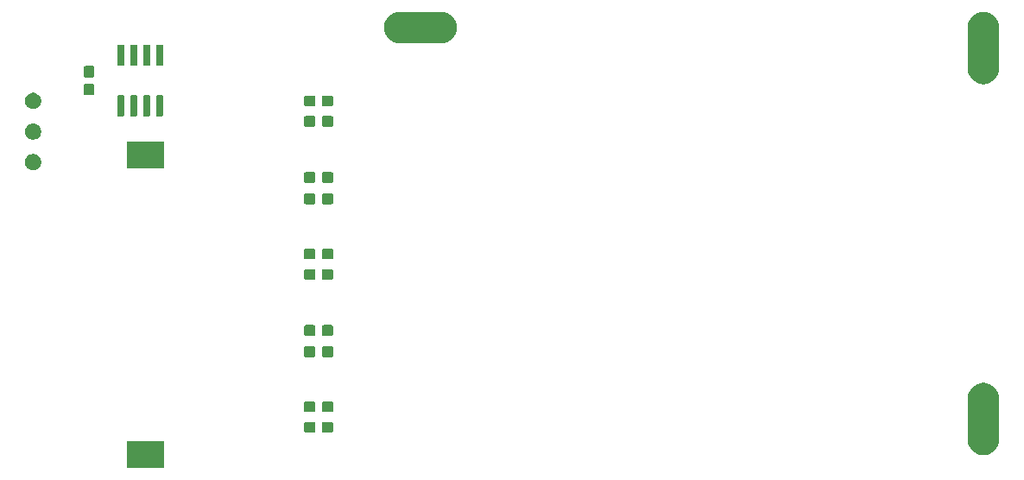
<source format=gbr>
G04 #@! TF.GenerationSoftware,KiCad,Pcbnew,(5.1.4)-1*
G04 #@! TF.CreationDate,2020-07-15T08:52:25-04:00*
G04 #@! TF.ProjectId,LoquatiousOfBored,4c6f7175-6174-4696-9f75-734f66426f72,rev?*
G04 #@! TF.SameCoordinates,Original*
G04 #@! TF.FileFunction,Soldermask,Top*
G04 #@! TF.FilePolarity,Negative*
%FSLAX46Y46*%
G04 Gerber Fmt 4.6, Leading zero omitted, Abs format (unit mm)*
G04 Created by KiCad (PCBNEW (5.1.4)-1) date 2020-07-15 08:52:25*
%MOMM*%
%LPD*%
G04 APERTURE LIST*
%ADD10C,0.100000*%
G04 APERTURE END LIST*
D10*
G36*
X64806000Y-98001000D02*
G01*
X61194000Y-98001000D01*
X61194000Y-95359000D01*
X64806000Y-95359000D01*
X64806000Y-98001000D01*
X64806000Y-98001000D01*
G37*
G36*
X145504048Y-89671442D02*
G01*
X145796413Y-89760130D01*
X145796415Y-89760131D01*
X146065856Y-89904150D01*
X146065858Y-89904151D01*
X146065857Y-89904151D01*
X146302029Y-90097971D01*
X146389395Y-90204426D01*
X146495850Y-90334142D01*
X146639869Y-90603584D01*
X146639870Y-90603586D01*
X146728558Y-90895951D01*
X146751000Y-91123810D01*
X146751000Y-95276190D01*
X146728558Y-95504049D01*
X146639870Y-95796414D01*
X146639869Y-95796416D01*
X146495850Y-96065858D01*
X146302029Y-96302029D01*
X146065858Y-96495850D01*
X145796416Y-96639869D01*
X145796414Y-96639870D01*
X145504049Y-96728558D01*
X145200000Y-96758504D01*
X144895952Y-96728558D01*
X144603587Y-96639870D01*
X144603585Y-96639869D01*
X144334143Y-96495850D01*
X144097972Y-96302029D01*
X143904151Y-96065858D01*
X143760132Y-95796416D01*
X143760131Y-95796414D01*
X143671443Y-95504049D01*
X143649001Y-95276190D01*
X143649000Y-91123811D01*
X143671442Y-90895952D01*
X143760130Y-90603587D01*
X143904151Y-90334143D01*
X144097971Y-90097971D01*
X144204426Y-90010605D01*
X144334142Y-89904150D01*
X144603584Y-89760131D01*
X144603586Y-89760130D01*
X144895951Y-89671442D01*
X145200000Y-89641496D01*
X145504048Y-89671442D01*
X145504048Y-89671442D01*
G37*
G36*
X79539499Y-93478445D02*
G01*
X79576995Y-93489820D01*
X79611554Y-93508292D01*
X79641847Y-93533153D01*
X79666708Y-93563446D01*
X79685180Y-93598005D01*
X79696555Y-93635501D01*
X79701000Y-93680638D01*
X79701000Y-94319362D01*
X79696555Y-94364499D01*
X79685180Y-94401995D01*
X79666708Y-94436554D01*
X79641847Y-94466847D01*
X79611554Y-94491708D01*
X79576995Y-94510180D01*
X79539499Y-94521555D01*
X79494362Y-94526000D01*
X78755638Y-94526000D01*
X78710501Y-94521555D01*
X78673005Y-94510180D01*
X78638446Y-94491708D01*
X78608153Y-94466847D01*
X78583292Y-94436554D01*
X78564820Y-94401995D01*
X78553445Y-94364499D01*
X78549000Y-94319362D01*
X78549000Y-93680638D01*
X78553445Y-93635501D01*
X78564820Y-93598005D01*
X78583292Y-93563446D01*
X78608153Y-93533153D01*
X78638446Y-93508292D01*
X78673005Y-93489820D01*
X78710501Y-93478445D01*
X78755638Y-93474000D01*
X79494362Y-93474000D01*
X79539499Y-93478445D01*
X79539499Y-93478445D01*
G37*
G36*
X81289499Y-93478445D02*
G01*
X81326995Y-93489820D01*
X81361554Y-93508292D01*
X81391847Y-93533153D01*
X81416708Y-93563446D01*
X81435180Y-93598005D01*
X81446555Y-93635501D01*
X81451000Y-93680638D01*
X81451000Y-94319362D01*
X81446555Y-94364499D01*
X81435180Y-94401995D01*
X81416708Y-94436554D01*
X81391847Y-94466847D01*
X81361554Y-94491708D01*
X81326995Y-94510180D01*
X81289499Y-94521555D01*
X81244362Y-94526000D01*
X80505638Y-94526000D01*
X80460501Y-94521555D01*
X80423005Y-94510180D01*
X80388446Y-94491708D01*
X80358153Y-94466847D01*
X80333292Y-94436554D01*
X80314820Y-94401995D01*
X80303445Y-94364499D01*
X80299000Y-94319362D01*
X80299000Y-93680638D01*
X80303445Y-93635501D01*
X80314820Y-93598005D01*
X80333292Y-93563446D01*
X80358153Y-93533153D01*
X80388446Y-93508292D01*
X80423005Y-93489820D01*
X80460501Y-93478445D01*
X80505638Y-93474000D01*
X81244362Y-93474000D01*
X81289499Y-93478445D01*
X81289499Y-93478445D01*
G37*
G36*
X79539499Y-91478445D02*
G01*
X79576995Y-91489820D01*
X79611554Y-91508292D01*
X79641847Y-91533153D01*
X79666708Y-91563446D01*
X79685180Y-91598005D01*
X79696555Y-91635501D01*
X79701000Y-91680638D01*
X79701000Y-92319362D01*
X79696555Y-92364499D01*
X79685180Y-92401995D01*
X79666708Y-92436554D01*
X79641847Y-92466847D01*
X79611554Y-92491708D01*
X79576995Y-92510180D01*
X79539499Y-92521555D01*
X79494362Y-92526000D01*
X78755638Y-92526000D01*
X78710501Y-92521555D01*
X78673005Y-92510180D01*
X78638446Y-92491708D01*
X78608153Y-92466847D01*
X78583292Y-92436554D01*
X78564820Y-92401995D01*
X78553445Y-92364499D01*
X78549000Y-92319362D01*
X78549000Y-91680638D01*
X78553445Y-91635501D01*
X78564820Y-91598005D01*
X78583292Y-91563446D01*
X78608153Y-91533153D01*
X78638446Y-91508292D01*
X78673005Y-91489820D01*
X78710501Y-91478445D01*
X78755638Y-91474000D01*
X79494362Y-91474000D01*
X79539499Y-91478445D01*
X79539499Y-91478445D01*
G37*
G36*
X81289499Y-91478445D02*
G01*
X81326995Y-91489820D01*
X81361554Y-91508292D01*
X81391847Y-91533153D01*
X81416708Y-91563446D01*
X81435180Y-91598005D01*
X81446555Y-91635501D01*
X81451000Y-91680638D01*
X81451000Y-92319362D01*
X81446555Y-92364499D01*
X81435180Y-92401995D01*
X81416708Y-92436554D01*
X81391847Y-92466847D01*
X81361554Y-92491708D01*
X81326995Y-92510180D01*
X81289499Y-92521555D01*
X81244362Y-92526000D01*
X80505638Y-92526000D01*
X80460501Y-92521555D01*
X80423005Y-92510180D01*
X80388446Y-92491708D01*
X80358153Y-92466847D01*
X80333292Y-92436554D01*
X80314820Y-92401995D01*
X80303445Y-92364499D01*
X80299000Y-92319362D01*
X80299000Y-91680638D01*
X80303445Y-91635501D01*
X80314820Y-91598005D01*
X80333292Y-91563446D01*
X80358153Y-91533153D01*
X80388446Y-91508292D01*
X80423005Y-91489820D01*
X80460501Y-91478445D01*
X80505638Y-91474000D01*
X81244362Y-91474000D01*
X81289499Y-91478445D01*
X81289499Y-91478445D01*
G37*
G36*
X79539499Y-86078445D02*
G01*
X79576995Y-86089820D01*
X79611554Y-86108292D01*
X79641847Y-86133153D01*
X79666708Y-86163446D01*
X79685180Y-86198005D01*
X79696555Y-86235501D01*
X79701000Y-86280638D01*
X79701000Y-86919362D01*
X79696555Y-86964499D01*
X79685180Y-87001995D01*
X79666708Y-87036554D01*
X79641847Y-87066847D01*
X79611554Y-87091708D01*
X79576995Y-87110180D01*
X79539499Y-87121555D01*
X79494362Y-87126000D01*
X78755638Y-87126000D01*
X78710501Y-87121555D01*
X78673005Y-87110180D01*
X78638446Y-87091708D01*
X78608153Y-87066847D01*
X78583292Y-87036554D01*
X78564820Y-87001995D01*
X78553445Y-86964499D01*
X78549000Y-86919362D01*
X78549000Y-86280638D01*
X78553445Y-86235501D01*
X78564820Y-86198005D01*
X78583292Y-86163446D01*
X78608153Y-86133153D01*
X78638446Y-86108292D01*
X78673005Y-86089820D01*
X78710501Y-86078445D01*
X78755638Y-86074000D01*
X79494362Y-86074000D01*
X79539499Y-86078445D01*
X79539499Y-86078445D01*
G37*
G36*
X81289499Y-86078445D02*
G01*
X81326995Y-86089820D01*
X81361554Y-86108292D01*
X81391847Y-86133153D01*
X81416708Y-86163446D01*
X81435180Y-86198005D01*
X81446555Y-86235501D01*
X81451000Y-86280638D01*
X81451000Y-86919362D01*
X81446555Y-86964499D01*
X81435180Y-87001995D01*
X81416708Y-87036554D01*
X81391847Y-87066847D01*
X81361554Y-87091708D01*
X81326995Y-87110180D01*
X81289499Y-87121555D01*
X81244362Y-87126000D01*
X80505638Y-87126000D01*
X80460501Y-87121555D01*
X80423005Y-87110180D01*
X80388446Y-87091708D01*
X80358153Y-87066847D01*
X80333292Y-87036554D01*
X80314820Y-87001995D01*
X80303445Y-86964499D01*
X80299000Y-86919362D01*
X80299000Y-86280638D01*
X80303445Y-86235501D01*
X80314820Y-86198005D01*
X80333292Y-86163446D01*
X80358153Y-86133153D01*
X80388446Y-86108292D01*
X80423005Y-86089820D01*
X80460501Y-86078445D01*
X80505638Y-86074000D01*
X81244362Y-86074000D01*
X81289499Y-86078445D01*
X81289499Y-86078445D01*
G37*
G36*
X79539499Y-83978445D02*
G01*
X79576995Y-83989820D01*
X79611554Y-84008292D01*
X79641847Y-84033153D01*
X79666708Y-84063446D01*
X79685180Y-84098005D01*
X79696555Y-84135501D01*
X79701000Y-84180638D01*
X79701000Y-84819362D01*
X79696555Y-84864499D01*
X79685180Y-84901995D01*
X79666708Y-84936554D01*
X79641847Y-84966847D01*
X79611554Y-84991708D01*
X79576995Y-85010180D01*
X79539499Y-85021555D01*
X79494362Y-85026000D01*
X78755638Y-85026000D01*
X78710501Y-85021555D01*
X78673005Y-85010180D01*
X78638446Y-84991708D01*
X78608153Y-84966847D01*
X78583292Y-84936554D01*
X78564820Y-84901995D01*
X78553445Y-84864499D01*
X78549000Y-84819362D01*
X78549000Y-84180638D01*
X78553445Y-84135501D01*
X78564820Y-84098005D01*
X78583292Y-84063446D01*
X78608153Y-84033153D01*
X78638446Y-84008292D01*
X78673005Y-83989820D01*
X78710501Y-83978445D01*
X78755638Y-83974000D01*
X79494362Y-83974000D01*
X79539499Y-83978445D01*
X79539499Y-83978445D01*
G37*
G36*
X81289499Y-83978445D02*
G01*
X81326995Y-83989820D01*
X81361554Y-84008292D01*
X81391847Y-84033153D01*
X81416708Y-84063446D01*
X81435180Y-84098005D01*
X81446555Y-84135501D01*
X81451000Y-84180638D01*
X81451000Y-84819362D01*
X81446555Y-84864499D01*
X81435180Y-84901995D01*
X81416708Y-84936554D01*
X81391847Y-84966847D01*
X81361554Y-84991708D01*
X81326995Y-85010180D01*
X81289499Y-85021555D01*
X81244362Y-85026000D01*
X80505638Y-85026000D01*
X80460501Y-85021555D01*
X80423005Y-85010180D01*
X80388446Y-84991708D01*
X80358153Y-84966847D01*
X80333292Y-84936554D01*
X80314820Y-84901995D01*
X80303445Y-84864499D01*
X80299000Y-84819362D01*
X80299000Y-84180638D01*
X80303445Y-84135501D01*
X80314820Y-84098005D01*
X80333292Y-84063446D01*
X80358153Y-84033153D01*
X80388446Y-84008292D01*
X80423005Y-83989820D01*
X80460501Y-83978445D01*
X80505638Y-83974000D01*
X81244362Y-83974000D01*
X81289499Y-83978445D01*
X81289499Y-83978445D01*
G37*
G36*
X79539499Y-78478445D02*
G01*
X79576995Y-78489820D01*
X79611554Y-78508292D01*
X79641847Y-78533153D01*
X79666708Y-78563446D01*
X79685180Y-78598005D01*
X79696555Y-78635501D01*
X79701000Y-78680638D01*
X79701000Y-79319362D01*
X79696555Y-79364499D01*
X79685180Y-79401995D01*
X79666708Y-79436554D01*
X79641847Y-79466847D01*
X79611554Y-79491708D01*
X79576995Y-79510180D01*
X79539499Y-79521555D01*
X79494362Y-79526000D01*
X78755638Y-79526000D01*
X78710501Y-79521555D01*
X78673005Y-79510180D01*
X78638446Y-79491708D01*
X78608153Y-79466847D01*
X78583292Y-79436554D01*
X78564820Y-79401995D01*
X78553445Y-79364499D01*
X78549000Y-79319362D01*
X78549000Y-78680638D01*
X78553445Y-78635501D01*
X78564820Y-78598005D01*
X78583292Y-78563446D01*
X78608153Y-78533153D01*
X78638446Y-78508292D01*
X78673005Y-78489820D01*
X78710501Y-78478445D01*
X78755638Y-78474000D01*
X79494362Y-78474000D01*
X79539499Y-78478445D01*
X79539499Y-78478445D01*
G37*
G36*
X81289499Y-78478445D02*
G01*
X81326995Y-78489820D01*
X81361554Y-78508292D01*
X81391847Y-78533153D01*
X81416708Y-78563446D01*
X81435180Y-78598005D01*
X81446555Y-78635501D01*
X81451000Y-78680638D01*
X81451000Y-79319362D01*
X81446555Y-79364499D01*
X81435180Y-79401995D01*
X81416708Y-79436554D01*
X81391847Y-79466847D01*
X81361554Y-79491708D01*
X81326995Y-79510180D01*
X81289499Y-79521555D01*
X81244362Y-79526000D01*
X80505638Y-79526000D01*
X80460501Y-79521555D01*
X80423005Y-79510180D01*
X80388446Y-79491708D01*
X80358153Y-79466847D01*
X80333292Y-79436554D01*
X80314820Y-79401995D01*
X80303445Y-79364499D01*
X80299000Y-79319362D01*
X80299000Y-78680638D01*
X80303445Y-78635501D01*
X80314820Y-78598005D01*
X80333292Y-78563446D01*
X80358153Y-78533153D01*
X80388446Y-78508292D01*
X80423005Y-78489820D01*
X80460501Y-78478445D01*
X80505638Y-78474000D01*
X81244362Y-78474000D01*
X81289499Y-78478445D01*
X81289499Y-78478445D01*
G37*
G36*
X81289499Y-76478445D02*
G01*
X81326995Y-76489820D01*
X81361554Y-76508292D01*
X81391847Y-76533153D01*
X81416708Y-76563446D01*
X81435180Y-76598005D01*
X81446555Y-76635501D01*
X81451000Y-76680638D01*
X81451000Y-77319362D01*
X81446555Y-77364499D01*
X81435180Y-77401995D01*
X81416708Y-77436554D01*
X81391847Y-77466847D01*
X81361554Y-77491708D01*
X81326995Y-77510180D01*
X81289499Y-77521555D01*
X81244362Y-77526000D01*
X80505638Y-77526000D01*
X80460501Y-77521555D01*
X80423005Y-77510180D01*
X80388446Y-77491708D01*
X80358153Y-77466847D01*
X80333292Y-77436554D01*
X80314820Y-77401995D01*
X80303445Y-77364499D01*
X80299000Y-77319362D01*
X80299000Y-76680638D01*
X80303445Y-76635501D01*
X80314820Y-76598005D01*
X80333292Y-76563446D01*
X80358153Y-76533153D01*
X80388446Y-76508292D01*
X80423005Y-76489820D01*
X80460501Y-76478445D01*
X80505638Y-76474000D01*
X81244362Y-76474000D01*
X81289499Y-76478445D01*
X81289499Y-76478445D01*
G37*
G36*
X79539499Y-76478445D02*
G01*
X79576995Y-76489820D01*
X79611554Y-76508292D01*
X79641847Y-76533153D01*
X79666708Y-76563446D01*
X79685180Y-76598005D01*
X79696555Y-76635501D01*
X79701000Y-76680638D01*
X79701000Y-77319362D01*
X79696555Y-77364499D01*
X79685180Y-77401995D01*
X79666708Y-77436554D01*
X79641847Y-77466847D01*
X79611554Y-77491708D01*
X79576995Y-77510180D01*
X79539499Y-77521555D01*
X79494362Y-77526000D01*
X78755638Y-77526000D01*
X78710501Y-77521555D01*
X78673005Y-77510180D01*
X78638446Y-77491708D01*
X78608153Y-77466847D01*
X78583292Y-77436554D01*
X78564820Y-77401995D01*
X78553445Y-77364499D01*
X78549000Y-77319362D01*
X78549000Y-76680638D01*
X78553445Y-76635501D01*
X78564820Y-76598005D01*
X78583292Y-76563446D01*
X78608153Y-76533153D01*
X78638446Y-76508292D01*
X78673005Y-76489820D01*
X78710501Y-76478445D01*
X78755638Y-76474000D01*
X79494362Y-76474000D01*
X79539499Y-76478445D01*
X79539499Y-76478445D01*
G37*
G36*
X81289499Y-71078445D02*
G01*
X81326995Y-71089820D01*
X81361554Y-71108292D01*
X81391847Y-71133153D01*
X81416708Y-71163446D01*
X81435180Y-71198005D01*
X81446555Y-71235501D01*
X81451000Y-71280638D01*
X81451000Y-71919362D01*
X81446555Y-71964499D01*
X81435180Y-72001995D01*
X81416708Y-72036554D01*
X81391847Y-72066847D01*
X81361554Y-72091708D01*
X81326995Y-72110180D01*
X81289499Y-72121555D01*
X81244362Y-72126000D01*
X80505638Y-72126000D01*
X80460501Y-72121555D01*
X80423005Y-72110180D01*
X80388446Y-72091708D01*
X80358153Y-72066847D01*
X80333292Y-72036554D01*
X80314820Y-72001995D01*
X80303445Y-71964499D01*
X80299000Y-71919362D01*
X80299000Y-71280638D01*
X80303445Y-71235501D01*
X80314820Y-71198005D01*
X80333292Y-71163446D01*
X80358153Y-71133153D01*
X80388446Y-71108292D01*
X80423005Y-71089820D01*
X80460501Y-71078445D01*
X80505638Y-71074000D01*
X81244362Y-71074000D01*
X81289499Y-71078445D01*
X81289499Y-71078445D01*
G37*
G36*
X79539499Y-71078445D02*
G01*
X79576995Y-71089820D01*
X79611554Y-71108292D01*
X79641847Y-71133153D01*
X79666708Y-71163446D01*
X79685180Y-71198005D01*
X79696555Y-71235501D01*
X79701000Y-71280638D01*
X79701000Y-71919362D01*
X79696555Y-71964499D01*
X79685180Y-72001995D01*
X79666708Y-72036554D01*
X79641847Y-72066847D01*
X79611554Y-72091708D01*
X79576995Y-72110180D01*
X79539499Y-72121555D01*
X79494362Y-72126000D01*
X78755638Y-72126000D01*
X78710501Y-72121555D01*
X78673005Y-72110180D01*
X78638446Y-72091708D01*
X78608153Y-72066847D01*
X78583292Y-72036554D01*
X78564820Y-72001995D01*
X78553445Y-71964499D01*
X78549000Y-71919362D01*
X78549000Y-71280638D01*
X78553445Y-71235501D01*
X78564820Y-71198005D01*
X78583292Y-71163446D01*
X78608153Y-71133153D01*
X78638446Y-71108292D01*
X78673005Y-71089820D01*
X78710501Y-71078445D01*
X78755638Y-71074000D01*
X79494362Y-71074000D01*
X79539499Y-71078445D01*
X79539499Y-71078445D01*
G37*
G36*
X81289499Y-68978445D02*
G01*
X81326995Y-68989820D01*
X81361554Y-69008292D01*
X81391847Y-69033153D01*
X81416708Y-69063446D01*
X81435180Y-69098005D01*
X81446555Y-69135501D01*
X81451000Y-69180638D01*
X81451000Y-69819362D01*
X81446555Y-69864499D01*
X81435180Y-69901995D01*
X81416708Y-69936554D01*
X81391847Y-69966847D01*
X81361554Y-69991708D01*
X81326995Y-70010180D01*
X81289499Y-70021555D01*
X81244362Y-70026000D01*
X80505638Y-70026000D01*
X80460501Y-70021555D01*
X80423005Y-70010180D01*
X80388446Y-69991708D01*
X80358153Y-69966847D01*
X80333292Y-69936554D01*
X80314820Y-69901995D01*
X80303445Y-69864499D01*
X80299000Y-69819362D01*
X80299000Y-69180638D01*
X80303445Y-69135501D01*
X80314820Y-69098005D01*
X80333292Y-69063446D01*
X80358153Y-69033153D01*
X80388446Y-69008292D01*
X80423005Y-68989820D01*
X80460501Y-68978445D01*
X80505638Y-68974000D01*
X81244362Y-68974000D01*
X81289499Y-68978445D01*
X81289499Y-68978445D01*
G37*
G36*
X79539499Y-68978445D02*
G01*
X79576995Y-68989820D01*
X79611554Y-69008292D01*
X79641847Y-69033153D01*
X79666708Y-69063446D01*
X79685180Y-69098005D01*
X79696555Y-69135501D01*
X79701000Y-69180638D01*
X79701000Y-69819362D01*
X79696555Y-69864499D01*
X79685180Y-69901995D01*
X79666708Y-69936554D01*
X79641847Y-69966847D01*
X79611554Y-69991708D01*
X79576995Y-70010180D01*
X79539499Y-70021555D01*
X79494362Y-70026000D01*
X78755638Y-70026000D01*
X78710501Y-70021555D01*
X78673005Y-70010180D01*
X78638446Y-69991708D01*
X78608153Y-69966847D01*
X78583292Y-69936554D01*
X78564820Y-69901995D01*
X78553445Y-69864499D01*
X78549000Y-69819362D01*
X78549000Y-69180638D01*
X78553445Y-69135501D01*
X78564820Y-69098005D01*
X78583292Y-69063446D01*
X78608153Y-69033153D01*
X78638446Y-69008292D01*
X78673005Y-68989820D01*
X78710501Y-68978445D01*
X78755638Y-68974000D01*
X79494362Y-68974000D01*
X79539499Y-68978445D01*
X79539499Y-68978445D01*
G37*
G36*
X52233642Y-67229781D02*
G01*
X52379414Y-67290162D01*
X52379416Y-67290163D01*
X52510608Y-67377822D01*
X52622178Y-67489392D01*
X52709837Y-67620584D01*
X52709838Y-67620586D01*
X52770219Y-67766358D01*
X52801000Y-67921107D01*
X52801000Y-68078893D01*
X52770219Y-68233642D01*
X52709838Y-68379414D01*
X52709837Y-68379416D01*
X52622178Y-68510608D01*
X52510608Y-68622178D01*
X52379416Y-68709837D01*
X52379415Y-68709838D01*
X52379414Y-68709838D01*
X52233642Y-68770219D01*
X52078893Y-68801000D01*
X51921107Y-68801000D01*
X51766358Y-68770219D01*
X51620586Y-68709838D01*
X51620585Y-68709838D01*
X51620584Y-68709837D01*
X51489392Y-68622178D01*
X51377822Y-68510608D01*
X51290163Y-68379416D01*
X51290162Y-68379414D01*
X51229781Y-68233642D01*
X51199000Y-68078893D01*
X51199000Y-67921107D01*
X51229781Y-67766358D01*
X51290162Y-67620586D01*
X51290163Y-67620584D01*
X51377822Y-67489392D01*
X51489392Y-67377822D01*
X51620584Y-67290163D01*
X51620586Y-67290162D01*
X51766358Y-67229781D01*
X51921107Y-67199000D01*
X52078893Y-67199000D01*
X52233642Y-67229781D01*
X52233642Y-67229781D01*
G37*
G36*
X64806000Y-68641000D02*
G01*
X61194000Y-68641000D01*
X61194000Y-65999000D01*
X64806000Y-65999000D01*
X64806000Y-68641000D01*
X64806000Y-68641000D01*
G37*
G36*
X52233642Y-64229781D02*
G01*
X52313839Y-64263000D01*
X52379416Y-64290163D01*
X52510608Y-64377822D01*
X52622178Y-64489392D01*
X52643262Y-64520947D01*
X52709838Y-64620586D01*
X52770219Y-64766358D01*
X52801000Y-64921107D01*
X52801000Y-65078893D01*
X52770219Y-65233642D01*
X52709838Y-65379414D01*
X52709837Y-65379416D01*
X52622178Y-65510608D01*
X52510608Y-65622178D01*
X52379416Y-65709837D01*
X52379415Y-65709838D01*
X52379414Y-65709838D01*
X52233642Y-65770219D01*
X52078893Y-65801000D01*
X51921107Y-65801000D01*
X51766358Y-65770219D01*
X51620586Y-65709838D01*
X51620585Y-65709838D01*
X51620584Y-65709837D01*
X51489392Y-65622178D01*
X51377822Y-65510608D01*
X51290163Y-65379416D01*
X51290162Y-65379414D01*
X51229781Y-65233642D01*
X51199000Y-65078893D01*
X51199000Y-64921107D01*
X51229781Y-64766358D01*
X51290162Y-64620586D01*
X51356738Y-64520947D01*
X51377822Y-64489392D01*
X51489392Y-64377822D01*
X51620584Y-64290163D01*
X51686161Y-64263000D01*
X51766358Y-64229781D01*
X51921107Y-64199000D01*
X52078893Y-64199000D01*
X52233642Y-64229781D01*
X52233642Y-64229781D01*
G37*
G36*
X79539499Y-63478445D02*
G01*
X79576995Y-63489820D01*
X79611554Y-63508292D01*
X79641847Y-63533153D01*
X79666708Y-63563446D01*
X79685180Y-63598005D01*
X79696555Y-63635501D01*
X79701000Y-63680638D01*
X79701000Y-64319362D01*
X79696555Y-64364499D01*
X79685180Y-64401995D01*
X79666708Y-64436554D01*
X79641847Y-64466847D01*
X79611554Y-64491708D01*
X79576995Y-64510180D01*
X79539499Y-64521555D01*
X79494362Y-64526000D01*
X78755638Y-64526000D01*
X78710501Y-64521555D01*
X78673005Y-64510180D01*
X78638446Y-64491708D01*
X78608153Y-64466847D01*
X78583292Y-64436554D01*
X78564820Y-64401995D01*
X78553445Y-64364499D01*
X78549000Y-64319362D01*
X78549000Y-63680638D01*
X78553445Y-63635501D01*
X78564820Y-63598005D01*
X78583292Y-63563446D01*
X78608153Y-63533153D01*
X78638446Y-63508292D01*
X78673005Y-63489820D01*
X78710501Y-63478445D01*
X78755638Y-63474000D01*
X79494362Y-63474000D01*
X79539499Y-63478445D01*
X79539499Y-63478445D01*
G37*
G36*
X81289499Y-63478445D02*
G01*
X81326995Y-63489820D01*
X81361554Y-63508292D01*
X81391847Y-63533153D01*
X81416708Y-63563446D01*
X81435180Y-63598005D01*
X81446555Y-63635501D01*
X81451000Y-63680638D01*
X81451000Y-64319362D01*
X81446555Y-64364499D01*
X81435180Y-64401995D01*
X81416708Y-64436554D01*
X81391847Y-64466847D01*
X81361554Y-64491708D01*
X81326995Y-64510180D01*
X81289499Y-64521555D01*
X81244362Y-64526000D01*
X80505638Y-64526000D01*
X80460501Y-64521555D01*
X80423005Y-64510180D01*
X80388446Y-64491708D01*
X80358153Y-64466847D01*
X80333292Y-64436554D01*
X80314820Y-64401995D01*
X80303445Y-64364499D01*
X80299000Y-64319362D01*
X80299000Y-63680638D01*
X80303445Y-63635501D01*
X80314820Y-63598005D01*
X80333292Y-63563446D01*
X80358153Y-63533153D01*
X80388446Y-63508292D01*
X80423005Y-63489820D01*
X80460501Y-63478445D01*
X80505638Y-63474000D01*
X81244362Y-63474000D01*
X81289499Y-63478445D01*
X81289499Y-63478445D01*
G37*
G36*
X62124928Y-61451764D02*
G01*
X62146009Y-61458160D01*
X62165445Y-61468548D01*
X62182476Y-61482524D01*
X62196452Y-61499555D01*
X62206840Y-61518991D01*
X62213236Y-61540072D01*
X62216000Y-61568140D01*
X62216000Y-63381860D01*
X62213236Y-63409928D01*
X62206840Y-63431009D01*
X62196452Y-63450445D01*
X62182476Y-63467476D01*
X62165445Y-63481452D01*
X62146009Y-63491840D01*
X62124928Y-63498236D01*
X62096860Y-63501000D01*
X61633140Y-63501000D01*
X61605072Y-63498236D01*
X61583991Y-63491840D01*
X61564555Y-63481452D01*
X61547524Y-63467476D01*
X61533548Y-63450445D01*
X61523160Y-63431009D01*
X61516764Y-63409928D01*
X61514000Y-63381860D01*
X61514000Y-61568140D01*
X61516764Y-61540072D01*
X61523160Y-61518991D01*
X61533548Y-61499555D01*
X61547524Y-61482524D01*
X61564555Y-61468548D01*
X61583991Y-61458160D01*
X61605072Y-61451764D01*
X61633140Y-61449000D01*
X62096860Y-61449000D01*
X62124928Y-61451764D01*
X62124928Y-61451764D01*
G37*
G36*
X60854928Y-61451764D02*
G01*
X60876009Y-61458160D01*
X60895445Y-61468548D01*
X60912476Y-61482524D01*
X60926452Y-61499555D01*
X60936840Y-61518991D01*
X60943236Y-61540072D01*
X60946000Y-61568140D01*
X60946000Y-63381860D01*
X60943236Y-63409928D01*
X60936840Y-63431009D01*
X60926452Y-63450445D01*
X60912476Y-63467476D01*
X60895445Y-63481452D01*
X60876009Y-63491840D01*
X60854928Y-63498236D01*
X60826860Y-63501000D01*
X60363140Y-63501000D01*
X60335072Y-63498236D01*
X60313991Y-63491840D01*
X60294555Y-63481452D01*
X60277524Y-63467476D01*
X60263548Y-63450445D01*
X60253160Y-63431009D01*
X60246764Y-63409928D01*
X60244000Y-63381860D01*
X60244000Y-61568140D01*
X60246764Y-61540072D01*
X60253160Y-61518991D01*
X60263548Y-61499555D01*
X60277524Y-61482524D01*
X60294555Y-61468548D01*
X60313991Y-61458160D01*
X60335072Y-61451764D01*
X60363140Y-61449000D01*
X60826860Y-61449000D01*
X60854928Y-61451764D01*
X60854928Y-61451764D01*
G37*
G36*
X64664928Y-61451764D02*
G01*
X64686009Y-61458160D01*
X64705445Y-61468548D01*
X64722476Y-61482524D01*
X64736452Y-61499555D01*
X64746840Y-61518991D01*
X64753236Y-61540072D01*
X64756000Y-61568140D01*
X64756000Y-63381860D01*
X64753236Y-63409928D01*
X64746840Y-63431009D01*
X64736452Y-63450445D01*
X64722476Y-63467476D01*
X64705445Y-63481452D01*
X64686009Y-63491840D01*
X64664928Y-63498236D01*
X64636860Y-63501000D01*
X64173140Y-63501000D01*
X64145072Y-63498236D01*
X64123991Y-63491840D01*
X64104555Y-63481452D01*
X64087524Y-63467476D01*
X64073548Y-63450445D01*
X64063160Y-63431009D01*
X64056764Y-63409928D01*
X64054000Y-63381860D01*
X64054000Y-61568140D01*
X64056764Y-61540072D01*
X64063160Y-61518991D01*
X64073548Y-61499555D01*
X64087524Y-61482524D01*
X64104555Y-61468548D01*
X64123991Y-61458160D01*
X64145072Y-61451764D01*
X64173140Y-61449000D01*
X64636860Y-61449000D01*
X64664928Y-61451764D01*
X64664928Y-61451764D01*
G37*
G36*
X63394928Y-61451764D02*
G01*
X63416009Y-61458160D01*
X63435445Y-61468548D01*
X63452476Y-61482524D01*
X63466452Y-61499555D01*
X63476840Y-61518991D01*
X63483236Y-61540072D01*
X63486000Y-61568140D01*
X63486000Y-63381860D01*
X63483236Y-63409928D01*
X63476840Y-63431009D01*
X63466452Y-63450445D01*
X63452476Y-63467476D01*
X63435445Y-63481452D01*
X63416009Y-63491840D01*
X63394928Y-63498236D01*
X63366860Y-63501000D01*
X62903140Y-63501000D01*
X62875072Y-63498236D01*
X62853991Y-63491840D01*
X62834555Y-63481452D01*
X62817524Y-63467476D01*
X62803548Y-63450445D01*
X62793160Y-63431009D01*
X62786764Y-63409928D01*
X62784000Y-63381860D01*
X62784000Y-61568140D01*
X62786764Y-61540072D01*
X62793160Y-61518991D01*
X62803548Y-61499555D01*
X62817524Y-61482524D01*
X62834555Y-61468548D01*
X62853991Y-61458160D01*
X62875072Y-61451764D01*
X62903140Y-61449000D01*
X63366860Y-61449000D01*
X63394928Y-61451764D01*
X63394928Y-61451764D01*
G37*
G36*
X52233642Y-61229781D02*
G01*
X52375754Y-61288646D01*
X52379416Y-61290163D01*
X52510608Y-61377822D01*
X52622178Y-61489392D01*
X52689993Y-61590885D01*
X52709838Y-61620586D01*
X52770219Y-61766358D01*
X52801000Y-61921107D01*
X52801000Y-62078893D01*
X52770219Y-62233642D01*
X52758058Y-62263000D01*
X52709837Y-62379416D01*
X52622178Y-62510608D01*
X52510608Y-62622178D01*
X52379416Y-62709837D01*
X52379415Y-62709838D01*
X52379414Y-62709838D01*
X52233642Y-62770219D01*
X52078893Y-62801000D01*
X51921107Y-62801000D01*
X51766358Y-62770219D01*
X51620586Y-62709838D01*
X51620585Y-62709838D01*
X51620584Y-62709837D01*
X51489392Y-62622178D01*
X51377822Y-62510608D01*
X51290163Y-62379416D01*
X51241942Y-62263000D01*
X51229781Y-62233642D01*
X51199000Y-62078893D01*
X51199000Y-61921107D01*
X51229781Y-61766358D01*
X51290162Y-61620586D01*
X51310007Y-61590885D01*
X51377822Y-61489392D01*
X51489392Y-61377822D01*
X51620584Y-61290163D01*
X51624246Y-61288646D01*
X51766358Y-61229781D01*
X51921107Y-61199000D01*
X52078893Y-61199000D01*
X52233642Y-61229781D01*
X52233642Y-61229781D01*
G37*
G36*
X81289499Y-61478445D02*
G01*
X81326995Y-61489820D01*
X81361554Y-61508292D01*
X81391847Y-61533153D01*
X81416708Y-61563446D01*
X81435180Y-61598005D01*
X81446555Y-61635501D01*
X81451000Y-61680638D01*
X81451000Y-62319362D01*
X81446555Y-62364499D01*
X81435180Y-62401995D01*
X81416708Y-62436554D01*
X81391847Y-62466847D01*
X81361554Y-62491708D01*
X81326995Y-62510180D01*
X81289499Y-62521555D01*
X81244362Y-62526000D01*
X80505638Y-62526000D01*
X80460501Y-62521555D01*
X80423005Y-62510180D01*
X80388446Y-62491708D01*
X80358153Y-62466847D01*
X80333292Y-62436554D01*
X80314820Y-62401995D01*
X80303445Y-62364499D01*
X80299000Y-62319362D01*
X80299000Y-61680638D01*
X80303445Y-61635501D01*
X80314820Y-61598005D01*
X80333292Y-61563446D01*
X80358153Y-61533153D01*
X80388446Y-61508292D01*
X80423005Y-61489820D01*
X80460501Y-61478445D01*
X80505638Y-61474000D01*
X81244362Y-61474000D01*
X81289499Y-61478445D01*
X81289499Y-61478445D01*
G37*
G36*
X79539499Y-61478445D02*
G01*
X79576995Y-61489820D01*
X79611554Y-61508292D01*
X79641847Y-61533153D01*
X79666708Y-61563446D01*
X79685180Y-61598005D01*
X79696555Y-61635501D01*
X79701000Y-61680638D01*
X79701000Y-62319362D01*
X79696555Y-62364499D01*
X79685180Y-62401995D01*
X79666708Y-62436554D01*
X79641847Y-62466847D01*
X79611554Y-62491708D01*
X79576995Y-62510180D01*
X79539499Y-62521555D01*
X79494362Y-62526000D01*
X78755638Y-62526000D01*
X78710501Y-62521555D01*
X78673005Y-62510180D01*
X78638446Y-62491708D01*
X78608153Y-62466847D01*
X78583292Y-62436554D01*
X78564820Y-62401995D01*
X78553445Y-62364499D01*
X78549000Y-62319362D01*
X78549000Y-61680638D01*
X78553445Y-61635501D01*
X78564820Y-61598005D01*
X78583292Y-61563446D01*
X78608153Y-61533153D01*
X78638446Y-61508292D01*
X78673005Y-61489820D01*
X78710501Y-61478445D01*
X78755638Y-61474000D01*
X79494362Y-61474000D01*
X79539499Y-61478445D01*
X79539499Y-61478445D01*
G37*
G36*
X57864499Y-60303445D02*
G01*
X57901995Y-60314820D01*
X57936554Y-60333292D01*
X57966847Y-60358153D01*
X57991708Y-60388446D01*
X58010180Y-60423005D01*
X58021555Y-60460501D01*
X58026000Y-60505638D01*
X58026000Y-61244362D01*
X58021555Y-61289499D01*
X58010180Y-61326995D01*
X57991708Y-61361554D01*
X57966847Y-61391847D01*
X57936554Y-61416708D01*
X57901995Y-61435180D01*
X57864499Y-61446555D01*
X57819362Y-61451000D01*
X57180638Y-61451000D01*
X57135501Y-61446555D01*
X57098005Y-61435180D01*
X57063446Y-61416708D01*
X57033153Y-61391847D01*
X57008292Y-61361554D01*
X56989820Y-61326995D01*
X56978445Y-61289499D01*
X56974000Y-61244362D01*
X56974000Y-60505638D01*
X56978445Y-60460501D01*
X56989820Y-60423005D01*
X57008292Y-60388446D01*
X57033153Y-60358153D01*
X57063446Y-60333292D01*
X57098005Y-60314820D01*
X57135501Y-60303445D01*
X57180638Y-60299000D01*
X57819362Y-60299000D01*
X57864499Y-60303445D01*
X57864499Y-60303445D01*
G37*
G36*
X145504048Y-53271442D02*
G01*
X145796413Y-53360130D01*
X145796415Y-53360131D01*
X146065856Y-53504150D01*
X146065858Y-53504151D01*
X146065857Y-53504151D01*
X146302029Y-53697971D01*
X146389395Y-53804426D01*
X146495850Y-53934142D01*
X146639869Y-54203584D01*
X146639870Y-54203586D01*
X146728558Y-54495951D01*
X146751000Y-54723810D01*
X146751000Y-58876190D01*
X146728558Y-59104049D01*
X146639870Y-59396414D01*
X146639869Y-59396416D01*
X146495850Y-59665858D01*
X146302029Y-59902029D01*
X146065858Y-60095850D01*
X145796416Y-60239869D01*
X145796414Y-60239870D01*
X145504049Y-60328558D01*
X145200000Y-60358504D01*
X144895952Y-60328558D01*
X144603587Y-60239870D01*
X144603585Y-60239869D01*
X144334143Y-60095850D01*
X144097972Y-59902029D01*
X143904151Y-59665858D01*
X143760132Y-59396416D01*
X143760131Y-59396414D01*
X143671443Y-59104049D01*
X143649001Y-58876190D01*
X143649000Y-54723811D01*
X143671442Y-54495952D01*
X143760130Y-54203587D01*
X143904151Y-53934143D01*
X144097971Y-53697971D01*
X144204426Y-53610605D01*
X144334142Y-53504150D01*
X144603584Y-53360131D01*
X144603586Y-53360130D01*
X144895951Y-53271442D01*
X145200000Y-53241496D01*
X145504048Y-53271442D01*
X145504048Y-53271442D01*
G37*
G36*
X57864499Y-58553445D02*
G01*
X57901995Y-58564820D01*
X57936554Y-58583292D01*
X57966847Y-58608153D01*
X57991708Y-58638446D01*
X58010180Y-58673005D01*
X58021555Y-58710501D01*
X58026000Y-58755638D01*
X58026000Y-59494362D01*
X58021555Y-59539499D01*
X58010180Y-59576995D01*
X57991708Y-59611554D01*
X57966847Y-59641847D01*
X57936554Y-59666708D01*
X57901995Y-59685180D01*
X57864499Y-59696555D01*
X57819362Y-59701000D01*
X57180638Y-59701000D01*
X57135501Y-59696555D01*
X57098005Y-59685180D01*
X57063446Y-59666708D01*
X57033153Y-59641847D01*
X57008292Y-59611554D01*
X56989820Y-59576995D01*
X56978445Y-59539499D01*
X56974000Y-59494362D01*
X56974000Y-58755638D01*
X56978445Y-58710501D01*
X56989820Y-58673005D01*
X57008292Y-58638446D01*
X57033153Y-58608153D01*
X57063446Y-58583292D01*
X57098005Y-58564820D01*
X57135501Y-58553445D01*
X57180638Y-58549000D01*
X57819362Y-58549000D01*
X57864499Y-58553445D01*
X57864499Y-58553445D01*
G37*
G36*
X64664928Y-56501764D02*
G01*
X64686009Y-56508160D01*
X64705445Y-56518548D01*
X64722476Y-56532524D01*
X64736452Y-56549555D01*
X64746840Y-56568991D01*
X64753236Y-56590072D01*
X64756000Y-56618140D01*
X64756000Y-58431860D01*
X64753236Y-58459928D01*
X64746840Y-58481009D01*
X64736452Y-58500445D01*
X64722476Y-58517476D01*
X64705445Y-58531452D01*
X64686009Y-58541840D01*
X64664928Y-58548236D01*
X64636860Y-58551000D01*
X64173140Y-58551000D01*
X64145072Y-58548236D01*
X64123991Y-58541840D01*
X64104555Y-58531452D01*
X64087524Y-58517476D01*
X64073548Y-58500445D01*
X64063160Y-58481009D01*
X64056764Y-58459928D01*
X64054000Y-58431860D01*
X64054000Y-56618140D01*
X64056764Y-56590072D01*
X64063160Y-56568991D01*
X64073548Y-56549555D01*
X64087524Y-56532524D01*
X64104555Y-56518548D01*
X64123991Y-56508160D01*
X64145072Y-56501764D01*
X64173140Y-56499000D01*
X64636860Y-56499000D01*
X64664928Y-56501764D01*
X64664928Y-56501764D01*
G37*
G36*
X63394928Y-56501764D02*
G01*
X63416009Y-56508160D01*
X63435445Y-56518548D01*
X63452476Y-56532524D01*
X63466452Y-56549555D01*
X63476840Y-56568991D01*
X63483236Y-56590072D01*
X63486000Y-56618140D01*
X63486000Y-58431860D01*
X63483236Y-58459928D01*
X63476840Y-58481009D01*
X63466452Y-58500445D01*
X63452476Y-58517476D01*
X63435445Y-58531452D01*
X63416009Y-58541840D01*
X63394928Y-58548236D01*
X63366860Y-58551000D01*
X62903140Y-58551000D01*
X62875072Y-58548236D01*
X62853991Y-58541840D01*
X62834555Y-58531452D01*
X62817524Y-58517476D01*
X62803548Y-58500445D01*
X62793160Y-58481009D01*
X62786764Y-58459928D01*
X62784000Y-58431860D01*
X62784000Y-56618140D01*
X62786764Y-56590072D01*
X62793160Y-56568991D01*
X62803548Y-56549555D01*
X62817524Y-56532524D01*
X62834555Y-56518548D01*
X62853991Y-56508160D01*
X62875072Y-56501764D01*
X62903140Y-56499000D01*
X63366860Y-56499000D01*
X63394928Y-56501764D01*
X63394928Y-56501764D01*
G37*
G36*
X62124928Y-56501764D02*
G01*
X62146009Y-56508160D01*
X62165445Y-56518548D01*
X62182476Y-56532524D01*
X62196452Y-56549555D01*
X62206840Y-56568991D01*
X62213236Y-56590072D01*
X62216000Y-56618140D01*
X62216000Y-58431860D01*
X62213236Y-58459928D01*
X62206840Y-58481009D01*
X62196452Y-58500445D01*
X62182476Y-58517476D01*
X62165445Y-58531452D01*
X62146009Y-58541840D01*
X62124928Y-58548236D01*
X62096860Y-58551000D01*
X61633140Y-58551000D01*
X61605072Y-58548236D01*
X61583991Y-58541840D01*
X61564555Y-58531452D01*
X61547524Y-58517476D01*
X61533548Y-58500445D01*
X61523160Y-58481009D01*
X61516764Y-58459928D01*
X61514000Y-58431860D01*
X61514000Y-56618140D01*
X61516764Y-56590072D01*
X61523160Y-56568991D01*
X61533548Y-56549555D01*
X61547524Y-56532524D01*
X61564555Y-56518548D01*
X61583991Y-56508160D01*
X61605072Y-56501764D01*
X61633140Y-56499000D01*
X62096860Y-56499000D01*
X62124928Y-56501764D01*
X62124928Y-56501764D01*
G37*
G36*
X60854928Y-56501764D02*
G01*
X60876009Y-56508160D01*
X60895445Y-56518548D01*
X60912476Y-56532524D01*
X60926452Y-56549555D01*
X60936840Y-56568991D01*
X60943236Y-56590072D01*
X60946000Y-56618140D01*
X60946000Y-58431860D01*
X60943236Y-58459928D01*
X60936840Y-58481009D01*
X60926452Y-58500445D01*
X60912476Y-58517476D01*
X60895445Y-58531452D01*
X60876009Y-58541840D01*
X60854928Y-58548236D01*
X60826860Y-58551000D01*
X60363140Y-58551000D01*
X60335072Y-58548236D01*
X60313991Y-58541840D01*
X60294555Y-58531452D01*
X60277524Y-58517476D01*
X60263548Y-58500445D01*
X60253160Y-58481009D01*
X60246764Y-58459928D01*
X60244000Y-58431860D01*
X60244000Y-56618140D01*
X60246764Y-56590072D01*
X60253160Y-56568991D01*
X60263548Y-56549555D01*
X60277524Y-56532524D01*
X60294555Y-56518548D01*
X60313991Y-56508160D01*
X60335072Y-56501764D01*
X60363140Y-56499000D01*
X60826860Y-56499000D01*
X60854928Y-56501764D01*
X60854928Y-56501764D01*
G37*
G36*
X92152143Y-53256481D02*
G01*
X92304049Y-53271442D01*
X92596414Y-53360130D01*
X92596416Y-53360131D01*
X92865858Y-53504150D01*
X93102029Y-53697971D01*
X93295850Y-53934142D01*
X93439869Y-54203584D01*
X93439870Y-54203586D01*
X93528558Y-54495951D01*
X93558504Y-54800000D01*
X93528558Y-55104049D01*
X93439870Y-55396414D01*
X93439869Y-55396416D01*
X93295850Y-55665858D01*
X93102029Y-55902029D01*
X92865858Y-56095850D01*
X92596416Y-56239869D01*
X92596414Y-56239870D01*
X92304049Y-56328558D01*
X92152143Y-56343519D01*
X92076191Y-56351000D01*
X87923809Y-56351000D01*
X87847857Y-56343519D01*
X87695951Y-56328558D01*
X87403586Y-56239870D01*
X87403584Y-56239869D01*
X87134142Y-56095850D01*
X86897971Y-55902029D01*
X86704150Y-55665858D01*
X86560131Y-55396416D01*
X86560130Y-55396414D01*
X86471442Y-55104049D01*
X86441496Y-54800000D01*
X86471442Y-54495951D01*
X86560130Y-54203586D01*
X86560131Y-54203584D01*
X86704150Y-53934142D01*
X86897971Y-53697971D01*
X87134142Y-53504150D01*
X87403584Y-53360131D01*
X87403586Y-53360130D01*
X87695951Y-53271442D01*
X87847857Y-53256481D01*
X87923809Y-53249000D01*
X92076191Y-53249000D01*
X92152143Y-53256481D01*
X92152143Y-53256481D01*
G37*
M02*

</source>
